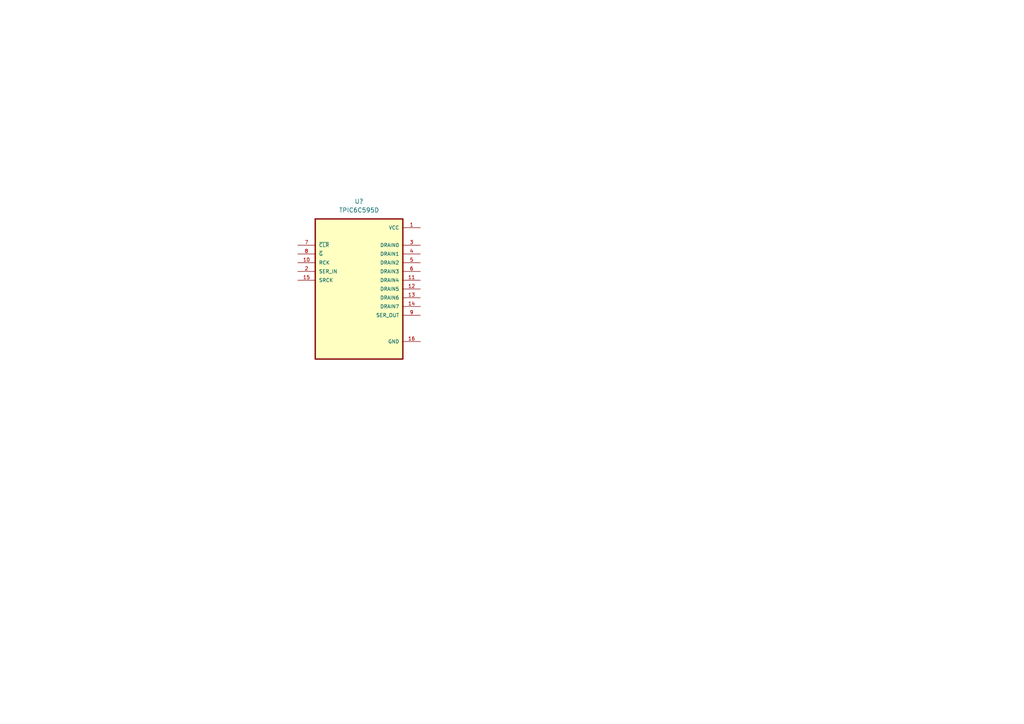
<source format=kicad_sch>
(kicad_sch (version 20211123) (generator eeschema)
  (paper "A4")
  (lib_symbols
    (symbol "TPIC6C595D:TPIC6C595D" (pin_names (offset 1.016))
      (property "Reference" "U" (at -12.7 21.3106 0))
      (property "Value" "TPIC6C595D" (at -12.7 -24.3078 0))
      (symbol "TPIC6C595D_0_0"
        (rectangle (start -12.7 -20.32) (end 12.7 20.32) (stroke (width 0.4064)) (fill (type background)))
        (pin power_in line (at 17.78 17.78 180) (length 5.08) (name "VCC") (number "1"))
        (pin input line (at -17.78 7.62 0) (length 5.08) (name "RCK") (number "10"))
        (pin output line (at 17.78 2.54 180) (length 5.08) (name "DRAIN4") (number "11"))
        (pin output line (at 17.78 0 180) (length 5.08) (name "DRAIN5") (number "12"))
        (pin output line (at 17.78 -2.54 180) (length 5.08) (name "DRAIN6") (number "13"))
        (pin output line (at 17.78 -5.08 180) (length 5.08) (name "DRAIN7") (number "14"))
        (pin input line (at -17.78 2.54 0) (length 5.08) (name "SRCK") (number "15"))
        (pin power_in line (at 17.78 -15.24 180) (length 5.08) (name "GND") (number "16"))
        (pin input line (at -17.78 5.08 0) (length 5.08) (name "SER_IN") (number "2"))
        (pin output line (at 17.78 12.7 180) (length 5.08) (name "DRAIN0") (number "3"))
        (pin output line (at 17.78 10.16 180) (length 5.08) (name "DRAIN1") (number "4"))
        (pin output line (at 17.78 7.62 180) (length 5.08) (name "DRAIN2") (number "5"))
        (pin output line (at 17.78 5.08 180) (length 5.08) (name "DRAIN3") (number "6"))
        (pin input line (at -17.78 12.7 0) (length 5.08) (name "~{CLR}") (number "7"))
        (pin input line (at -17.78 10.16 0) (length 5.08) (name "~{G}") (number "8"))
        (pin output line (at 17.78 -7.62 180) (length 5.08) (name "SER_OUT") (number "9"))
      )
    )
  )
  (symbol (lib_id "TPIC6C595D:TPIC6C595D") (at 104.14 83.82 0) (unit 1)
    (property "Reference" "U?" (at 104.14 58.42 0))
    (property "Value" "TPIC6C595D" (at 104.14 60.96 0))
    (property "Footprint" "SnapEDA Library:SOIC127P600X175-16N" (effects hide))
  )
)
</source>
